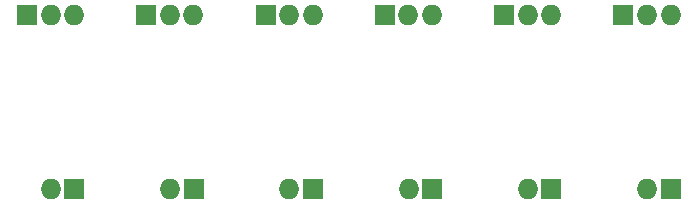
<source format=gbs>
%TF.GenerationSoftware,KiCad,Pcbnew,(5.1.6)-1*%
%TF.CreationDate,2020-09-18T10:34:42+08:00*%
%TF.ProjectId,Nu Multi Board,4e75204d-756c-4746-9920-426f6172642e,rev?*%
%TF.SameCoordinates,Original*%
%TF.FileFunction,Soldermask,Bot*%
%TF.FilePolarity,Negative*%
%FSLAX46Y46*%
G04 Gerber Fmt 4.6, Leading zero omitted, Abs format (unit mm)*
G04 Created by KiCad (PCBNEW (5.1.6)-1) date 2020-09-18 10:34:42*
%MOMM*%
%LPD*%
G01*
G04 APERTURE LIST*
%ADD10R,1.750000X1.750000*%
%ADD11O,1.750000X1.750000*%
G04 APERTURE END LIST*
D10*
%TO.C,J1*%
X157610000Y-101470000D03*
D11*
X155610000Y-101470000D03*
%TD*%
D10*
%TO.C,J2*%
X153600000Y-86750000D03*
D11*
X155600000Y-86750000D03*
X157600000Y-86750000D03*
%TD*%
D10*
%TO.C,J3*%
X147510000Y-101470000D03*
D11*
X145510000Y-101470000D03*
%TD*%
D10*
%TO.C,J4*%
X143500000Y-86750000D03*
D11*
X145500000Y-86750000D03*
X147500000Y-86750000D03*
%TD*%
D10*
%TO.C,J5*%
X137410000Y-101470000D03*
D11*
X135410000Y-101470000D03*
%TD*%
D10*
%TO.C,J6*%
X133400000Y-86750000D03*
D11*
X135400000Y-86750000D03*
X137400000Y-86750000D03*
%TD*%
D10*
%TO.C,J7*%
X127310000Y-101470000D03*
D11*
X125310000Y-101470000D03*
%TD*%
D10*
%TO.C,J8*%
X123300000Y-86750000D03*
D11*
X125300000Y-86750000D03*
X127300000Y-86750000D03*
%TD*%
D10*
%TO.C,J9*%
X117210000Y-101470000D03*
D11*
X115210000Y-101470000D03*
%TD*%
D10*
%TO.C,J10*%
X113200000Y-86750000D03*
D11*
X115200000Y-86750000D03*
X117200000Y-86750000D03*
%TD*%
D10*
%TO.C,J11*%
X167710000Y-101470000D03*
D11*
X165710000Y-101470000D03*
%TD*%
D10*
%TO.C,J12*%
X163700000Y-86750000D03*
D11*
X165700000Y-86750000D03*
X167700000Y-86750000D03*
%TD*%
M02*

</source>
